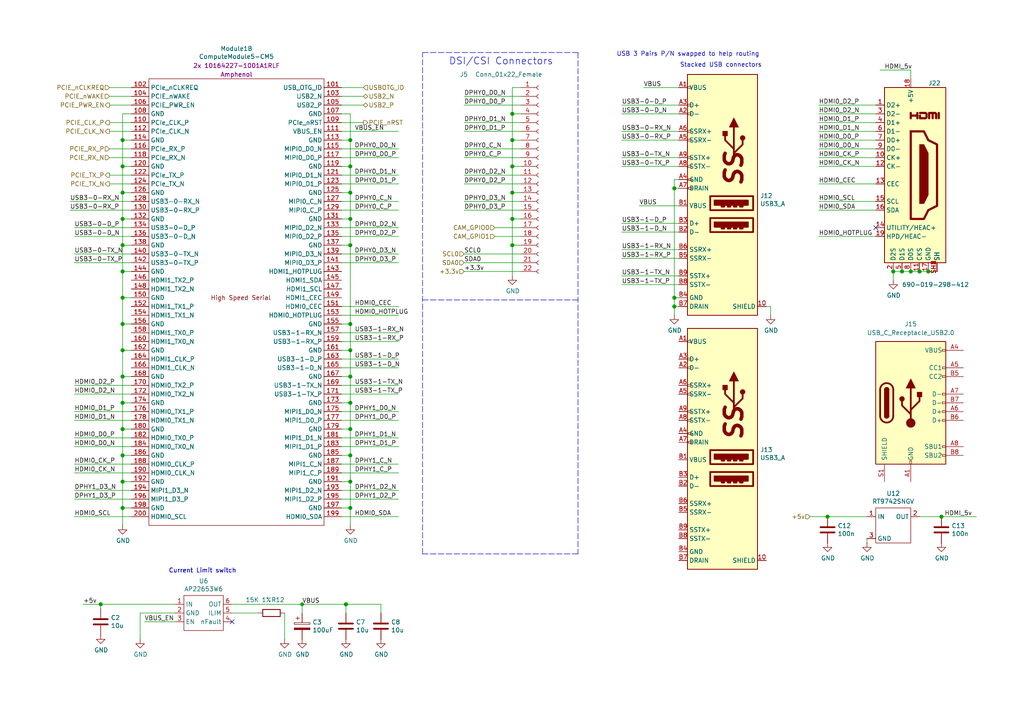
<source format=kicad_sch>
(kicad_sch (version 20250114) (generator "eeschema") (generator_version "9.0")
  (paper "A4")
  (title_block (title "Compute Module 5 IO Board - CM5 - Highspeed") (rev "1") (company "Copyright © 2024 Raspberry Pi Ltd.") (comment 1 "www.raspberrypi.com"))
  (text "USB 3 Pairs P/N swapped to help routing" (at 178.816 16.51 0) (effects (font (size 1.27 1.27)) (justify left bottom)))
  (text "Current Limit switch" (at 68.58 166.37 0) (effects (font (size 1.27 1.27)) (justify right bottom)))
  (text "DSI/CSI Connectors" (at 130.175 19.05 0) (effects (font (size 2.0066 2.0066)) (justify left bottom)))
  (text "Stacked USB connectors" (at 220.98 19.685 0) (effects (font (size 1.27 1.27)) (justify right bottom)))
  (text "Current Limit switch" (at 68.58 166.37 0) (effects (font (size 1.27 1.27)) (justify right bottom)))
  (junction (at 148.59 33.02) (diameter 1.016))
  (junction (at 35.56 147.32) (diameter 1.016))
  (junction (at 35.56 132.08) (diameter 1.016))
  (junction (at 101.6 132.08) (diameter 1.016))
  (junction (at 35.56 71.12) (diameter 1.016))
  (junction (at 101.6 55.88) (diameter 1.016))
  (junction (at 100.33 175.26) (diameter 1.016))
  (junction (at 195.58 54.61) (diameter 1.016))
  (junction (at 266.7 78.74) (diameter 1.016))
  (junction (at 101.6 147.32) (diameter 1.016))
  (junction (at 35.56 40.64) (diameter 1.016))
  (junction (at 101.6 40.64) (diameter 1.016))
  (junction (at 148.59 55.88) (diameter 1.016))
  (junction (at 35.56 55.88) (diameter 1.016))
  (junction (at 101.6 101.6) (diameter 1.016))
  (junction (at 240.03 149.86) (diameter 1.016))
  (junction (at 101.6 124.46) (diameter 1.016))
  (junction (at 269.24 78.74) (diameter 1.016))
  (junction (at 148.59 48.26) (diameter 1.016))
  (junction (at 35.56 78.74) (diameter 1.016))
  (junction (at 101.6 116.84) (diameter 1.016))
  (junction (at 35.56 48.26) (diameter 1.016))
  (junction (at 101.6 63.5) (diameter 1.016))
  (junction (at 259.08 78.74) (diameter 1.016))
  (junction (at 29.21 175.26) (diameter 1.016))
  (junction (at 101.6 48.26) (diameter 1.016))
  (junction (at 35.56 139.7) (diameter 1.016))
  (junction (at 101.6 139.7) (diameter 1.016))
  (junction (at 148.59 63.5) (diameter 1.016))
  (junction (at 101.6 93.98) (diameter 1.016))
  (junction (at 35.56 101.6) (diameter 1.016))
  (junction (at 261.62 78.74) (diameter 1.016))
  (junction (at 195.58 86.36) (diameter 1.016))
  (junction (at 35.56 116.84) (diameter 1.016))
  (junction (at 35.56 86.36) (diameter 1.016))
  (junction (at 101.6 71.12) (diameter 1.016))
  (junction (at 101.6 109.22) (diameter 1.016))
  (junction (at 35.56 63.5) (diameter 1.016))
  (junction (at 273.05 149.86) (diameter 1.016))
  (junction (at 264.16 78.74) (diameter 1.016))
  (junction (at 87.63 175.26))
  (junction (at 35.56 93.98) (diameter 1.016))
  (junction (at 148.59 40.64) (diameter 1.016))
  (junction (at 195.58 88.9) (diameter 1.016))
  (junction (at 148.59 71.12) (diameter 1.016))
  (junction (at 35.56 124.46) (diameter 1.016))
  (junction (at 35.56 109.22) (diameter 1.016))
  (no_connect (at 67.31 180.34))
  (no_connect (at 254 66.04))
  (wire (pts (xy 180.34 67.31) (xy 196.85 67.31)))
  (wire (pts (xy 99.06 144.78) (xy 115.57 144.78)))
  (wire (pts (xy 21.59 111.76) (xy 38.1 111.76)))
  (wire (pts (xy 21.59 142.24) (xy 38.1 142.24)))
  (wire (pts (xy 261.62 78.74) (xy 264.16 78.74)))
  (wire (pts (xy 24.13 175.26) (xy 29.21 175.26)))
  (wire (pts (xy 148.59 40.64) (xy 148.59 48.26)))
  (wire (pts (xy 99.06 38.1) (xy 115.57 38.1)))
  (wire (pts (xy 35.56 63.5) (xy 35.56 71.12)))
  (wire (pts (xy 35.56 139.7) (xy 35.56 147.32)))
  (wire (pts (xy 196.85 52.07) (xy 195.58 52.07)))
  (wire (pts (xy 67.31 177.8) (xy 74.93 177.8)))
  (wire (pts (xy 35.56 33.02) (xy 35.56 40.64)))
  (wire (pts (xy 35.56 86.36) (xy 35.56 93.98)))
  (wire (pts (xy 237.49 68.58) (xy 254 68.58)))
  (wire (pts (xy 21.59 119.38) (xy 38.1 119.38)))
  (wire (pts (xy 35.56 71.12) (xy 35.56 78.74)))
  (wire (pts (xy 35.56 101.6) (xy 35.56 109.22)))
  (wire (pts (xy 101.6 48.26) (xy 101.6 40.64)))
  (wire (pts (xy 99.06 30.48) (xy 105.41 30.48)))
  (wire (pts (xy 35.56 86.36) (xy 38.1 86.36)))
  (wire (pts (xy 148.59 63.5) (xy 151.13 63.5)))
  (wire (pts (xy 148.59 33.02) (xy 148.59 40.64)))
  (wire (pts (xy 35.56 109.22) (xy 35.56 116.84)))
  (wire (pts (xy 35.56 48.26) (xy 35.56 55.88)))
  (wire (pts (xy 35.56 132.08) (xy 38.1 132.08)))
  (wire (pts (xy 101.6 71.12) (xy 101.6 63.5)))
  (wire (pts (xy 240.03 149.86) (xy 251.46 149.86)))
  (wire (pts (xy 237.49 53.34) (xy 254 53.34)))
  (wire (pts (xy 99.06 119.38) (xy 115.57 119.38)))
  (wire (pts (xy 266.7 78.74) (xy 269.24 78.74)))
  (polyline (pts (xy 167.64 15.24) (xy 167.64 160.655)) (stroke (width 0) (type dash)))
  (wire (pts (xy 31.75 38.1) (xy 38.1 38.1)))
  (wire (pts (xy 35.56 109.22) (xy 38.1 109.22)))
  (wire (pts (xy 38.1 147.32) (xy 35.56 147.32)))
  (wire (pts (xy 148.59 55.88) (xy 148.59 63.5)))
  (wire (pts (xy 99.06 101.6) (xy 101.6 101.6)))
  (wire (pts (xy 266.7 149.86) (xy 273.05 149.86)))
  (wire (pts (xy 148.59 48.26) (xy 151.13 48.26)))
  (wire (pts (xy 35.56 55.88) (xy 35.56 63.5)))
  (wire (pts (xy 21.59 114.3) (xy 38.1 114.3)))
  (wire (pts (xy 237.49 60.96) (xy 254 60.96)))
  (wire (pts (xy 31.75 27.94) (xy 38.1 27.94)))
  (wire (pts (xy 180.34 48.26) (xy 196.85 48.26)))
  (wire (pts (xy 99.06 40.64) (xy 101.6 40.64)))
  (wire (pts (xy 151.13 73.66) (xy 134.62 73.66)))
  (wire (pts (xy 21.59 73.66) (xy 38.1 73.66)))
  (wire (pts (xy 21.59 127) (xy 38.1 127)))
  (wire (pts (xy 21.59 66.04) (xy 38.1 66.04)))
  (wire (pts (xy 101.6 124.46) (xy 101.6 132.08)))
  (wire (pts (xy 40.64 177.8) (xy 40.64 185.42)))
  (wire (pts (xy 99.06 149.86) (xy 115.57 149.86)))
  (wire (pts (xy 180.34 74.93) (xy 196.85 74.93)))
  (wire (pts (xy 41.91 180.34) (xy 50.8 180.34)))
  (wire (pts (xy 196.85 54.61) (xy 195.58 54.61)))
  (wire (pts (xy 237.49 43.18) (xy 254 43.18)))
  (wire (pts (xy 101.6 116.84) (xy 101.6 124.46)))
  (wire (pts (xy 21.59 129.54) (xy 38.1 129.54)))
  (wire (pts (xy 21.59 76.2) (xy 38.1 76.2)))
  (wire (pts (xy 101.6 147.32) (xy 101.6 152.4)))
  (wire (pts (xy 99.06 50.8) (xy 115.57 50.8)))
  (wire (pts (xy 100.33 177.8) (xy 100.33 175.26)))
  (wire (pts (xy 38.1 43.18) (xy 31.75 43.18)))
  (wire (pts (xy 99.06 76.2) (xy 115.57 76.2)))
  (wire (pts (xy 273.05 149.86) (xy 283.21 149.86)))
  (wire (pts (xy 31.75 30.48) (xy 38.1 30.48)))
  (wire (pts (xy 99.06 132.08) (xy 101.6 132.08)))
  (wire (pts (xy 259.08 78.74) (xy 259.08 81.28)))
  (wire (pts (xy 31.75 53.34) (xy 38.1 53.34)))
  (wire (pts (xy 237.49 40.64) (xy 254 40.64)))
  (wire (pts (xy 99.06 88.9) (xy 115.57 88.9)))
  (wire (pts (xy 82.55 177.8) (xy 82.55 185.42)))
  (wire (pts (xy 251.46 156.21) (xy 251.46 157.48)))
  (wire (pts (xy 50.8 177.8) (xy 40.64 177.8)))
  (wire (pts (xy 180.34 33.02) (xy 196.85 33.02)))
  (wire (pts (xy 35.56 63.5) (xy 38.1 63.5)))
  (wire (pts (xy 180.34 40.64) (xy 196.85 40.64)))
  (wire (pts (xy 143.51 68.58) (xy 151.13 68.58)))
  (wire (pts (xy 99.06 48.26) (xy 101.6 48.26)))
  (wire (pts (xy 134.62 58.42) (xy 151.13 58.42)))
  (wire (pts (xy 180.34 72.39) (xy 196.85 72.39)))
  (wire (pts (xy 134.62 35.56) (xy 151.13 35.56)))
  (wire (pts (xy 38.1 45.72) (xy 31.75 45.72)))
  (wire (pts (xy 101.6 93.98) (xy 101.6 101.6)))
  (wire (pts (xy 134.62 53.34) (xy 151.13 53.34)))
  (wire (pts (xy 134.62 38.1) (xy 151.13 38.1)))
  (wire (pts (xy 35.56 116.84) (xy 35.56 124.46)))
  (wire (pts (xy 185.42 59.69) (xy 196.85 59.69)))
  (wire (pts (xy 35.56 40.64) (xy 38.1 40.64)))
  (polyline (pts (xy 122.555 86.995) (xy 167.64 86.995)) (stroke (width 0) (type dash)))
  (wire (pts (xy 38.1 139.7) (xy 35.56 139.7)))
  (wire (pts (xy 180.34 38.1) (xy 196.85 38.1)))
  (wire (pts (xy 99.06 73.66) (xy 115.57 73.66)))
  (wire (pts (xy 67.31 175.26) (xy 87.63 175.26)))
  (wire (pts (xy 99.06 45.72) (xy 115.57 45.72)))
  (wire (pts (xy 87.63 175.26) (xy 100.33 175.26)))
  (wire (pts (xy 21.59 134.62) (xy 38.1 134.62)))
  (wire (pts (xy 29.21 175.26) (xy 50.8 175.26)))
  (wire (pts (xy 237.49 38.1) (xy 254 38.1)))
  (wire (pts (xy 148.59 25.4) (xy 148.59 33.02)))
  (wire (pts (xy 264.16 78.74) (xy 266.7 78.74)))
  (wire (pts (xy 35.56 124.46) (xy 38.1 124.46)))
  (wire (pts (xy 234.95 149.86) (xy 240.03 149.86)))
  (wire (pts (xy 99.06 68.58) (xy 115.57 68.58)))
  (wire (pts (xy 99.06 55.88) (xy 101.6 55.88)))
  (wire (pts (xy 148.59 71.12) (xy 151.13 71.12)))
  (wire (pts (xy 99.06 58.42) (xy 115.57 58.42)))
  (wire (pts (xy 99.06 116.84) (xy 101.6 116.84)))
  (wire (pts (xy 195.58 88.9) (xy 195.58 91.44)))
  (wire (pts (xy 99.06 93.98) (xy 101.6 93.98)))
  (wire (pts (xy 148.59 71.12) (xy 148.59 80.01)))
  (wire (pts (xy 31.75 35.56) (xy 38.1 35.56)))
  (wire (pts (xy 101.6 139.7) (xy 101.6 147.32)))
  (wire (pts (xy 101.6 55.88) (xy 101.6 48.26)))
  (wire (pts (xy 31.75 25.4) (xy 38.1 25.4)))
  (wire (pts (xy 180.34 80.01) (xy 196.85 80.01)))
  (wire (pts (xy 134.62 60.96) (xy 151.13 60.96)))
  (wire (pts (xy 99.06 134.62) (xy 115.57 134.62)))
  (wire (pts (xy 99.06 91.44) (xy 115.57 91.44)))
  (wire (pts (xy 31.75 50.8) (xy 38.1 50.8)))
  (wire (pts (xy 151.13 78.74) (xy 134.62 78.74)))
  (wire (pts (xy 99.06 66.04) (xy 115.57 66.04)))
  (wire (pts (xy 237.49 30.48) (xy 254 30.48)))
  (wire (pts (xy 134.62 27.94) (xy 151.13 27.94)))
  (wire (pts (xy 101.6 109.22) (xy 101.6 116.84)))
  (wire (pts (xy 222.25 88.9) (xy 223.52 88.9)))
  (wire (pts (xy 196.85 86.36) (xy 195.58 86.36)))
  (wire (pts (xy 99.06 43.18) (xy 115.57 43.18)))
  (wire (pts (xy 35.56 93.98) (xy 38.1 93.98)))
  (wire (pts (xy 35.56 116.84) (xy 38.1 116.84)))
  (wire (pts (xy 134.62 50.8) (xy 151.13 50.8)))
  (wire (pts (xy 99.06 63.5) (xy 101.6 63.5)))
  (wire (pts (xy 38.1 33.02) (xy 35.56 33.02)))
  (polyline (pts (xy 122.555 15.24) (xy 168.148 15.24)) (stroke (width 0) (type dash)))
  (wire (pts (xy 21.59 144.78) (xy 38.1 144.78)))
  (wire (pts (xy 99.06 142.24) (xy 115.57 142.24)))
  (wire (pts (xy 148.59 40.64) (xy 151.13 40.64)))
  (wire (pts (xy 264.16 20.32) (xy 264.16 22.86)))
  (wire (pts (xy 100.33 175.26) (xy 110.49 175.26)))
  (wire (pts (xy 35.56 71.12) (xy 38.1 71.12)))
  (wire (pts (xy 35.56 124.46) (xy 35.56 132.08)))
  (wire (pts (xy 99.06 60.96) (xy 115.57 60.96)))
  (wire (pts (xy 99.06 127) (xy 115.57 127)))
  (wire (pts (xy 180.34 30.48) (xy 196.85 30.48)))
  (wire (pts (xy 87.63 175.26) (xy 87.63 177.8)))
  (wire (pts (xy 35.56 101.6) (xy 38.1 101.6)))
  (wire (pts (xy 195.58 86.36) (xy 195.58 88.9)))
  (wire (pts (xy 148.59 33.02) (xy 151.13 33.02)))
  (wire (pts (xy 20.32 60.96) (xy 38.1 60.96)))
  (wire (pts (xy 269.24 78.74) (xy 271.78 78.74)))
  (wire (pts (xy 180.34 45.72) (xy 196.85 45.72)))
  (wire (pts (xy 99.06 124.46) (xy 101.6 124.46)))
  (wire (pts (xy 35.56 55.88) (xy 38.1 55.88)))
  (wire (pts (xy 99.06 96.52) (xy 115.57 96.52)))
  (wire (pts (xy 115.57 99.06) (xy 99.06 99.06)))
  (wire (pts (xy 21.59 149.86) (xy 38.1 149.86)))
  (wire (pts (xy 134.62 30.48) (xy 151.13 30.48)))
  (wire (pts (xy 99.06 109.22) (xy 101.6 109.22)))
  (wire (pts (xy 151.13 25.4) (xy 148.59 25.4)))
  (wire (pts (xy 237.49 45.72) (xy 254 45.72)))
  (wire (pts (xy 143.51 66.04) (xy 151.13 66.04)))
  (wire (pts (xy 99.06 53.34) (xy 115.57 53.34)))
  (wire (pts (xy 259.08 78.74) (xy 261.62 78.74)))
  (wire (pts (xy 255.27 20.32) (xy 264.16 20.32)))
  (wire (pts (xy 35.56 132.08) (xy 35.56 139.7)))
  (wire (pts (xy 99.06 129.54) (xy 115.57 129.54)))
  (wire (pts (xy 99.06 27.94) (xy 105.41 27.94)))
  (wire (pts (xy 20.32 58.42) (xy 38.1 58.42)))
  (wire (pts (xy 101.6 40.64) (xy 101.6 33.02)))
  (wire (pts (xy 196.85 88.9) (xy 195.58 88.9)))
  (wire (pts (xy 195.58 52.07) (xy 195.58 54.61)))
  (wire (pts (xy 148.59 48.26) (xy 148.59 55.88)))
  (wire (pts (xy 101.6 63.5) (xy 101.6 55.88)))
  (wire (pts (xy 99.06 104.14) (xy 115.57 104.14)))
  (wire (pts (xy 151.13 76.2) (xy 134.62 76.2)))
  (wire (pts (xy 237.49 58.42) (xy 254 58.42)))
  (wire (pts (xy 99.06 106.68) (xy 115.57 106.68)))
  (wire (pts (xy 35.56 78.74) (xy 38.1 78.74)))
  (wire (pts (xy 101.6 132.08) (xy 101.6 139.7)))
  (wire (pts (xy 35.56 48.26) (xy 38.1 48.26)))
  (wire (pts (xy 99.06 35.56) (xy 105.41 35.56)))
  (wire (pts (xy 99.06 121.92) (xy 115.57 121.92)))
  (wire (pts (xy 101.6 71.12) (xy 101.6 93.98)))
  (wire (pts (xy 134.62 43.18) (xy 151.13 43.18)))
  (wire (pts (xy 35.56 93.98) (xy 35.56 101.6)))
  (wire (pts (xy 99.06 71.12) (xy 101.6 71.12)))
  (polyline (pts (xy 122.555 160.655) (xy 122.555 15.24)) (stroke (width 0) (type dash)))
  (wire (pts (xy 21.59 68.58) (xy 38.1 68.58)))
  (wire (pts (xy 99.06 114.3) (xy 115.57 114.3)))
  (wire (pts (xy 29.21 176.53) (xy 29.21 175.26)))
  (wire (pts (xy 186.69 25.4) (xy 196.85 25.4)))
  (wire (pts (xy 101.6 33.02) (xy 99.06 33.02)))
  (wire (pts (xy 148.59 63.5) (xy 148.59 71.12)))
  (wire (pts (xy 101.6 101.6) (xy 101.6 109.22)))
  (wire (pts (xy 21.59 121.92) (xy 38.1 121.92)))
  (wire (pts (xy 35.56 78.74) (xy 35.56 86.36)))
  (wire (pts (xy 35.56 147.32) (xy 35.56 152.4)))
  (wire (pts (xy 99.06 147.32) (xy 101.6 147.32)))
  (wire (pts (xy 110.49 175.26) (xy 110.49 177.8)))
  (wire (pts (xy 35.56 40.64) (xy 35.56 48.26)))
  (wire (pts (xy 148.59 55.88) (xy 151.13 55.88)))
  (wire (pts (xy 99.06 139.7) (xy 101.6 139.7)))
  (wire (pts (xy 237.49 33.02) (xy 254 33.02)))
  (wire (pts (xy 180.34 64.77) (xy 196.85 64.77)))
  (wire (pts (xy 223.52 88.9) (xy 223.52 91.44)))
  (wire (pts (xy 21.59 137.16) (xy 38.1 137.16)))
  (wire (pts (xy 237.49 35.56) (xy 254 35.56)))
  (polyline (pts (xy 167.64 160.655) (xy 122.555 160.655)) (stroke (width 0) (type dash)))
  (wire (pts (xy 237.49 48.26) (xy 254 48.26)))
  (wire (pts (xy 180.34 82.55) (xy 196.85 82.55)))
  (wire (pts (xy 195.58 54.61) (xy 195.58 86.36)))
  (wire (pts (xy 99.06 137.16) (xy 115.57 137.16)))
  (wire (pts (xy 134.62 45.72) (xy 151.13 45.72)))
  (wire (pts (xy 99.06 111.76) (xy 115.57 111.76)))
  (wire (pts (xy 105.41 25.4) (xy 99.06 25.4)))
  (label "HDMI0_D1_N" (at 21.59 121.92 0))
  (label "DPHY1_D3_P" (at 21.59 144.78 0))
  (label "DPHY0_D1_P" (at 114.935 53.34 180))
  (label "USB3-0-TX_N" (at 180.34 45.72 0))
  (label "DPHY0_D2_N" (at 134.62 50.8 0))
  (label "HDMI0_CK_N" (at 237.49 48.26 0))
  (label "USB3-1-D_N" (at 102.87 106.68 0))
  (label "USB3-1-D_N" (at 180.34 67.31 0))
  (label "VBUS_EN" (at 102.87 38.1 0))
  (label "HDMI0_D2_N" (at 237.49 33.02 0))
  (label "HDMI0_D1_N" (at 237.49 38.1 0))
  (label "SDA0" (at 134.62 76.2 0))
  (label "DPHY0_D0_P" (at 114.935 45.72 180))
  (label "HDMI0_D0_P" (at 237.49 40.64 0))
  (label "DPHY1_C_N" (at 102.87 134.62 0))
  (label "USB3-0-RX_P" (at 180.34 40.64 0))
  (label "DPHY0_D0_N" (at 134.62 27.94 0))
  (label "USB3-0-D_N" (at 21.59 68.58 0))
  (label "SCL0" (at 134.62 73.66 0))
  (label "HDMI0_D2_P" (at 21.59 111.76 0))
  (label "USB3-0-RX_N" (at 180.34 38.1 0))
  (label "DPHY1_D2_N" (at 102.87 142.24 0))
  (label "+3.3v" (at 134.62 78.74 0))
  (label "USB3-0-D_P" (at 180.34 30.48 0))
  (label "USB3-0-TX_N" (at 21.59 73.66 0))
  (label "VBUS_EN" (at 41.91 180.34 0))
  (label "USB3-1-TX_P" (at 102.87 114.3 0))
  (label "+5v" (at 24.13 175.26 0))
  (label "HDMI0_CK_P" (at 21.59 134.62 0))
  (label "USB3-1-RX_P" (at 102.87 99.06 0))
  (label "USB3-0-TX_P" (at 21.59 76.2 0))
  (label "DPHY0_D3_P" (at 114.935 76.2 180))
  (label "USB3-0-RX_N" (at 20.32 58.42 0))
  (label "DPHY0_D0_P" (at 134.62 30.48 0))
  (label "USB3-1-TX_N" (at 102.87 111.76 0))
  (label "DPHY0_C_P" (at 102.87 60.96 0))
  (label "DPHY1_C_P" (at 102.87 137.16 0))
  (label "HDMI0_CK_N" (at 21.59 137.16 0))
  (label "HDMI0_CEC" (at 102.87 88.9 0))
  (label "HDMI0_D2_N" (at 21.59 114.3 0))
  (label "HDMI0_D0_N" (at 237.49 43.18 0))
  (label "HDMI0_HOTPLUG" (at 237.49 68.58 0))
  (label "USB3-1-RX_P" (at 180.34 74.93 0))
  (label "DPHY1_D1_N" (at 114.935 127 180))
  (label "DPHY0_D2_N" (at 102.87 66.04 0))
  (label "HDMI0_D1_P" (at 21.59 119.38 0))
  (label "DPHY0_D3_N" (at 114.935 73.66 180))
  (label "HDMI0_D0_P" (at 21.59 127 0))
  (label "DPHY0_C_N" (at 134.62 43.18 0))
  (label "USB3-1-TX_N" (at 180.34 80.01 0))
  (label "DPHY0_D2_P" (at 102.87 68.58 0))
  (label "VBUS" (at 185.42 59.69 0))
  (label "DPHY0_D2_P" (at 134.62 53.34 0))
  (label "HDMI0_D2_P" (at 237.49 30.48 0))
  (label "DPHY0_D1_N" (at 114.935 50.8 180))
  (label "DPHY0_D3_P" (at 134.62 60.96 0))
  (label "DPHY0_D1_N" (at 134.62 35.56 0))
  (label "HDMI_5v" (at 281.94 149.86 180))
  (label "DPHY0_D3_N" (at 134.62 58.42 0))
  (label "USB3-1-RX_N" (at 180.34 72.39 0))
  (label "USB3-1-RX_N" (at 102.87 96.52 0))
  (label "VBUS" (at 87.63 175.26 0))
  (label "USB3-0-D_P" (at 21.59 66.04 0))
  (label "VBUS" (at 186.69 25.4 0))
  (label "HDMI0_SCL" (at 21.59 149.86 0))
  (label "DPHY1_D0_N" (at 114.935 119.38 180))
  (label "DPHY1_D0_P" (at 114.935 121.92 180))
  (label "DPHY0_D1_P" (at 134.62 38.1 0))
  (label "HDMI0_CK_P" (at 237.49 45.72 0))
  (label "DPHY1_D2_P" (at 102.87 144.78 0))
  (label "USB3-0-RX_P" (at 20.32 60.96 0))
  (label "DPHY1_D1_P" (at 114.935 129.54 180))
  (label "HDMI0_HOTPLUG" (at 102.87 91.44 0))
  (label "HDMI0_CEC" (at 237.49 53.34 0))
  (label "DPHY0_D0_N" (at 114.935 43.18 180))
  (label "HDMI0_SDA" (at 237.49 60.96 0))
  (label "DPHY0_C_P" (at 134.62 45.72 0))
  (label "HDMI0_D1_P" (at 237.49 35.56 0))
  (label "USB3-1-D_P" (at 180.34 64.77 0))
  (label "USB3-0-D_N" (at 180.34 33.02 0))
  (label "HDMI0_SCL" (at 237.49 58.42 0))
  (label "HDMI0_D0_N" (at 21.59 129.54 0))
  (label "HDMI0_SDA" (at 102.87 149.86 0))
  (label "HDMI_5v" (at 256.54 20.32 0))
  (label "DPHY0_C_N" (at 102.87 58.42 0))
  (label "DPHY1_D3_N" (at 21.59 142.24 0))
  (label "USB3-0-TX_P" (at 180.34 48.26 0))
  (label "USB3-1-D_P" (at 102.87 104.14 0))
  (label "USB3-1-TX_P" (at 180.34 82.55 0))
  (hierarchical_label "USBOTG_ID" (shape input) (at 105.41 25.4 0))
  (hierarchical_label "PCIE_PWR_EN" (shape output) (at 31.75 30.48 180))
  (hierarchical_label "PCIE_CLK_P" (shape output) (at 31.75 35.56 180))
  (hierarchical_label "CAM_GPIO0" (shape input) (at 143.51 66.04 180))
  (hierarchical_label "PCIE_RX_N" (shape input) (at 31.75 45.72 180))
  (hierarchical_label "+5v" (shape input) (at 234.95 149.86 180))
  (hierarchical_label "SCL0" (shape input) (at 134.62 73.66 180))
  (hierarchical_label "PCIE_nCLKREQ" (shape input) (at 31.75 25.4 180))
  (hierarchical_label "PCIE_RX_P" (shape input) (at 31.75 43.18 180))
  (hierarchical_label "+3.3v" (shape input) (at 134.62 78.74 180))
  (hierarchical_label "USB2_P" (shape bidirectional) (at 105.41 30.48 0))
  (hierarchical_label "USB2_N" (shape bidirectional) (at 105.41 27.94 0))
  (hierarchical_label "PCIE_TX_P" (shape output) (at 31.75 50.8 180))
  (hierarchical_label "PCIE_nWAKE" (shape input) (at 31.75 27.94 180))
  (hierarchical_label "PCIE_CLK_N" (shape output) (at 31.75 38.1 180))
  (hierarchical_label "PCIE_nRST" (shape output) (at 105.41 35.56 0))
  (hierarchical_label "CAM_GPIO1" (shape input) (at 143.51 68.58 180))
  (hierarchical_label "PCIE_TX_N" (shape output) (at 31.75 53.34 180))
  (hierarchical_label "SDA0" (shape input) (at 134.62 76.2 180))
  (symbol (lib_id "power:GND") (at 259.08 81.28 0) (unit 1)
    (property "Reference" "#PWR0128" (effects (hide yes)))
    (property "Value" "GND" (at 259.207 85.6742 0))
    (property "Description" "Power symbol creates a global label with name \"GND\" , ground" (effects (hide yes)))
  )
  (symbol (lib_id "power:GND") (at 101.6 152.4 0) (unit 1)
    (property "Reference" "#PWR0130" (effects (hide yes)))
    (property "Value" "GND" (at 101.727 156.7942 0))
    (property "Description" "Power symbol creates a global label with name \"GND\" , ground" (effects (hide yes)))
  )
  (symbol (lib_id "power:GND") (at 35.56 152.4 0) (unit 1)
    (property "Reference" "#PWR0131" (effects (hide yes)))
    (property "Value" "GND" (at 35.687 156.7942 0))
    (property "Description" "Power symbol creates a global label with name \"GND\" , ground" (effects (hide yes)))
  )
  (symbol (lib_id "power:GND") (at 148.59 80.01 0) (unit 1)
    (property "Reference" "#PWR0134" (effects (hide yes)))
    (property "Value" "GND" (at 148.717 84.4042 0))
    (property "Description" "Power symbol creates a global label with name \"GND\" , ground" (effects (hide yes)))
  )
  (symbol (lib_id "Connector:Conn_01x22_Socket") (at 156.21 50.8 0) (unit 1)
    (property "Reference" "J5" (at 133.35 21.59 0) (effects (justify left)))
    (property "Value" "Conn_01x22_Female" (at 137.795 21.59 0) (effects (justify left)))
    (property "Footprint" "CM5IO:Hirose_FH12-22S-0.5SH_1x22-1MP_P0.50mm_Horizontal" (effects (hide yes)))
    (property "Datasheet" "https://www.hirose.com/product/document?clcode=&productname=&series=FH12&documenttype=Catalog&lang=en&documentid=D31648_en" (effects (hide yes)))
    (property "Field4" "Mouser" (effects (hide yes)))
    (property "Field5" "798-FH12-22S-0.5SH55" (effects (hide yes)))
    (property "Field6" "FH12-22S-0.5SH55" (effects (hide yes)))
    (property "Field7" "Hirose" (effects (hide yes)))
    (property "Part Description" "22 Position FFC, FPC Connector Contacts, Bottom 0.020\" (0.50mm) Surface Mount, Right Angle" (effects (hide yes)))
  )
  (symbol (lib_id "CM5IO:HDMI_A_1.4") (at 264.16 50.8 0) (unit 1)
    (property "Reference" "J22" (at 269.24 24.13 0) (effects (justify left)))
    (property "Value" "690-019-298-412" (at 261.62 82.55 0) (effects (justify left)))
    (property "Footprint" "CM5IO:EDAC 690-019-298-412" (effects (hide yes)))
    (property "Datasheet" "https://www.tme.eu/Document/f15dffbcfad8545e17826f72d36911c8/206A-SEAN-R03.pdf" (effects (hide yes)))
    (property "Field4" "Farnell" (effects (hide yes)))
    (property "Field5" "2614936" (effects (hide yes)))
    (property "Field6" "690-019-298-412" (effects (hide yes)))
    (property "Field7" "EDAC" (effects (hide yes)))
    (property "Part Description" "HDMI Connector, Right Angle, 19 Contacts, Receptacle, Surface Mount, Surface Mount Right Angle" (effects (hide yes)))
    (property "Field8" "UCON00802" (effects (hide yes)))
  )
  (symbol (lib_id "Device:C") (at 273.05 153.67 0) (unit 1)
    (property "Reference" "C13" (at 275.971 152.5016 0) (effects (justify left)))
    (property "Value" "100n" (at 275.971 154.813 0) (effects (justify left)))
    (property "Footprint" "Capacitor_SMD:C_0402_1005Metric" (effects (hide yes)))
    (property "Datasheet" "https://search.murata.co.jp/Ceramy/image/img/A01X/G101/ENG/GRM155R71C104KA88-01.pdf" (effects (hide yes)))
    (property "Field4" "Farnell" (effects (hide yes)))
    (property "Field5" "2611911" (effects (hide yes)))
    (property "Field6" "RM EMK105 B7104KV-F" (effects (hide yes)))
    (property "Field7" "TAIYO YUDEN EUROPE GMBH" (effects (hide yes)))
    (property "Part Description" "	0.1uF 10% 16V Ceramic Capacitor X7R 0402 (1005 Metric)" (effects (hide yes)))
    (property "Field8" "110091611" (effects (hide yes)))
  )
  (symbol (lib_id "Device:C") (at 240.03 153.67 0) (unit 1)
    (property "Reference" "C12" (at 242.951 152.5016 0) (effects (justify left)))
    (property "Value" "100n" (at 242.951 154.813 0) (effects (justify left)))
    (property "Footprint" "Capacitor_SMD:C_0402_1005Metric" (effects (hide yes)))
    (property "Datasheet" "https://search.murata.co.jp/Ceramy/image/img/A01X/G101/ENG/GRM155R71C104KA88-01.pdf" (effects (hide yes)))
    (property "Field4" "Farnell" (effects (hide yes)))
    (property "Field5" "2611911" (effects (hide yes)))
    (property "Field6" "RM EMK105 B7104KV-F" (effects (hide yes)))
    (property "Field7" "TAIYO YUDEN EUROPE GMBH" (effects (hide yes)))
    (property "Part Description" "	0.1uF 10% 16V Ceramic Capacitor X7R 0402 (1005 Metric)" (effects (hide yes)))
    (property "Field8" "110091611" (effects (hide yes)))
  )
  (symbol (lib_id "CM5IO:RT9742SNGV") (at 256.54 153.67 0) (unit 1)
    (property "Reference" "U12" (at 259.08 143.129 0))
    (property "Value" "RT9742SNGV" (at 259.08 145.4404 0))
    (property "Footprint" "Package_TO_SOT_SMD:TSOT-23_HandSoldering" (effects (hide yes)))
    (property "Datasheet" "https://www.richtek.com/assets/product_file/RT9742/DS9742-10.pdf" (effects (hide yes)))
    (property "Field4" "Farnell" (effects (hide yes)))
    (property "Field5" "2575555" (effects (hide yes)))
    (property "Field6" "RT9742SNGV" (effects (hide yes)))
    (property "Field7" "RichTek" (effects (hide yes)))
    (property "Part Description" "Power Switch/Driver 1:1 N-Channel 500mA SOT-23-3" (effects (hide yes)))
    (property "Field8" "USWI00155" (effects (hide yes)))
  )
  (symbol (lib_id "power:GND") (at 273.05 157.48 0) (unit 1)
    (property "Reference" "#PWR0136" (effects (hide yes)))
    (property "Value" "GND" (at 273.177 161.8742 0))
    (property "Description" "Power symbol creates a global label with name \"GND\" , ground" (effects (hide yes)))
  )
  (symbol (lib_id "power:GND") (at 240.03 157.48 0) (unit 1)
    (property "Reference" "#PWR0137" (effects (hide yes)))
    (property "Value" "GND" (at 240.157 161.8742 0))
    (property "Description" "Power symbol creates a global label with name \"GND\" , ground" (effects (hide yes)))
  )
  (symbol (lib_id "power:GND") (at 251.46 157.48 0) (unit 1)
    (property "Reference" "#PWR0138" (effects (hide yes)))
    (property "Value" "GND" (at 251.587 161.8742 0))
    (property "Description" "Power symbol creates a global label with name \"GND\" , ground" (effects (hide yes)))
  )
  (symbol (lib_id "CM5IO:ComputeModule5-CM5") (at -71.12 86.36 0) (unit 2)
    (property "Reference" "Module1" (at 68.58 14.097 0))
    (property "Value" "ComputeModule5-CM5" (at 68.58 16.4084 0))
    (property "Footprint" "CM5IO:Raspberry-Pi-5-Compute-Module" (effects (hide yes)))
    (property "Description" "RaspberryPi Compute module 5" (effects (hide yes)))
    (property "Field4" "Amphenol" (at 68.58 21.59 0))
    (property "Field5" "2x 10164227-1001A1RLF" (at 68.58 19.05 0))
    (property "Field6" "2x 10164227-1001A1RLF" (effects (hide yes)))
    (property "Field7" "Hirose" (effects (hide yes)))
    (property "Part Description" "	100 Position Connector Receptacle, Center Strip Contacts Surface Mount Gold" (effects (hide yes)))
  )
  (symbol (lib_id "power:GND") (at 29.21 184.15 0) (unit 1)
    (property "Reference" "#PWR01" (effects (hide yes)))
    (property "Value" "GND" (at 29.337 188.5442 0))
    (property "Description" "Power symbol creates a global label with name \"GND\" , ground" (effects (hide yes)))
  )
  (symbol (lib_id "Device:C") (at 100.33 181.61 0) (unit 1)
    (property "Reference" "C7" (at 103.251 180.4416 0) (effects (justify left)))
    (property "Value" "10u" (at 103.251 182.753 0) (effects (justify left)))
    (property "Footprint" "Capacitor_SMD:C_0805_2012Metric" (effects (hide yes)))
    (property "Datasheet" "https://search.murata.co.jp/Ceramy/image/img/A01X/G101/ENG/GRM21BR71A106KA73-01.pdf" (effects (hide yes)))
    (property "Field5" "490-14381-1-ND" (effects (hide yes)))
    (property "Field4" "Digikey" (effects (hide yes)))
    (property "Field6" "GRM21BR71A106KA73L" (effects (hide yes)))
    (property "Field7" "Murata" (effects (hide yes)))
    (property "Part Description" "	10uF 10% 10V Ceramic Capacitor X7R 0805 (2012 Metric)" (effects (hide yes)))
    (property "Field8" "111893011" (effects (hide yes)))
  )
  (symbol (lib_id "power:GND") (at 195.58 91.44 0) (unit 1)
    (property "Reference" "#PWR03" (effects (hide yes)))
    (property "Value" "GND" (at 195.707 95.8342 0))
    (property "Description" "Power symbol creates a global label with name \"GND\" , ground" (effects (hide yes)))
  )
  (symbol (lib_id "Connector:USB_C_Receptacle_USB2.0_16P") (at 264.16 116.84 0) (unit 1)
    (property "Reference" "J15" (at 264.16 93.98 0))
    (property "Value" "USB_C_Receptacle_USB2.0" (at 264.16 96.52 0))
    (property "Footprint" "Connector_USB:USB_C_Receptacle_GCT_USB4105-xx-A_16P_TopMnt_Horizontal" (effects (hide yes)))
    (property "Datasheet" "https://www.usb.org/sites/default/files/documents/usb_type-c.zip" (effects (hide yes)))
    (property "Field5" "USBF31-0171" (effects (hide yes)))
    (property "Field6" "USBF31-0171" (effects (hide yes)))
    (property "Field7" "MTCONN" (effects (hide yes)))
    (property "Part Description" "USBC USB2 data and power connector" (effects (hide yes)))
  )
  (symbol (lib_id "Device:C_Polarized") (at 87.63 181.61 0) (unit 1)
    (property "Reference" "C3" (at 90.6272 180.467 0) (effects (justify left)))
    (property "Value" "100uF" (at 90.6272 182.753 0) (effects (justify left)))
    (property "Footprint" "Capacitor_Tantalum_SMD:CP_EIA-7343-31_Kemet-D" (effects (hide yes)))
    (property "Field4" "Mouser" (effects (hide yes)))
    (property "Field5" "667-EEF-CX0J101R" (effects (hide yes)))
    (property "Part Description" "Capacitor, SP-Cap, 100u, 6.3V, 15mR ESR" (effects (hide yes)))
    (property "Field7" "Panasonic" (effects (hide yes)))
  )
  (symbol (lib_id "power:GND") (at 87.63 185.42 0) (unit 1)
    (property "Reference" "#PWR010" (effects (hide yes)))
    (property "Value" "GND" (at 87.757 189.8142 0))
    (property "Description" "Power symbol creates a global label with name \"GND\" , ground" (effects (hide yes)))
  )
  (symbol (lib_id "Device:R") (at 78.74 177.8 90) (unit 1)
    (property "Reference" "R12" (at 82.55 173.99 90) (effects (justify left)))
    (property "Value" "15K 1%" (at 78.74 173.99 90) (effects (justify left)))
    (property "Footprint" "Resistor_SMD:R_0402_1005Metric" (effects (hide yes)))
    (property "Datasheet" "https://fscdn.rohm.com/en/products/databook/datasheet/passive/resistor/chip_resistor/mcr-e.pdf" (effects (hide yes)))
    (property "Field4" "Farnell" (effects (hide yes)))
    (property "Field5" "9239375" (effects (hide yes)))
    (property "Field6" "MCR01MZPF1502" (effects (hide yes)))
    (property "Field7" "Rohm" (effects (hide yes)))
    (property "Part Description" "Resistor 15K M1005 1% 63mW" (effects (hide yes)))
    (property "Field8" "120891581" (effects (hide yes)))
  )
  (symbol (lib_id "power:GND") (at 110.49 185.42 0) (unit 1)
    (property "Reference" "#PWR012" (effects (hide yes)))
    (property "Value" "GND" (at 110.617 189.8142 0))
    (property "Description" "Power symbol creates a global label with name \"GND\" , ground" (effects (hide yes)))
  )
  (symbol (lib_id "power:GND") (at 82.55 185.42 0) (unit 1)
    (property "Reference" "#PWR09" (effects (hide yes)))
    (property "Value" "GND" (at 82.677 189.8142 0))
    (property "Description" "Power symbol creates a global label with name \"GND\" , ground" (effects (hide yes)))
  )
  (symbol (lib_id "Device:C") (at 110.49 181.61 0) (unit 1)
    (property "Reference" "C8" (at 113.411 180.4416 0) (effects (justify left)))
    (property "Value" "10u" (at 113.411 182.753 0) (effects (justify left)))
    (property "Footprint" "Capacitor_SMD:C_0805_2012Metric" (effects (hide yes)))
    (property "Datasheet" "https://search.murata.co.jp/Ceramy/image/img/A01X/G101/ENG/GRM21BR71A106KA73-01.pdf" (effects (hide yes)))
    (property "Field5" "490-14381-1-ND" (effects (hide yes)))
    (property "Field4" "Digikey" (effects (hide yes)))
    (property "Field6" "GRM21BR71A106KA73L" (effects (hide yes)))
    (property "Field7" "Murata" (effects (hide yes)))
    (property "Part Description" "	10uF 10% 10V Ceramic Capacitor X7R 0805 (2012 Metric)" (effects (hide yes)))
    (property "Field8" "111893011" (effects (hide yes)))
  )
  (symbol (lib_id "CM5IO:AP2553W6") (at 59.69 177.8 0) (unit 1)
    (property "Reference" "U6" (at 59.055 168.529 0))
    (property "Value" "AP22653W6" (at 59.055 170.8404 0))
    (property "Footprint" "Package_TO_SOT_SMD:SOT-23-6" (effects (hide yes)))
    (property "Datasheet" "https://www.diodes.com/assets/Datasheets/AP255x.pdf" (effects (hide yes)))
    (property "Field4" "Digikey" (effects (hide yes)))
    (property "Field5" "	31-AP22653W6-7CT-ND" (effects (hide yes)))
    (property "Field6" "AP22653W6" (effects (hide yes)))
    (property "Field7" "Diodes" (effects (hide yes)))
    (property "Part Description" "	Power Switch/Driver 1:1 P-Channel 2.1A SOT-23-6" (effects (hide yes)))
  )
  (symbol (lib_id "CM5IO:USB3_A") (at 208.28 125.73 0) (unit 1)
    (property "Reference" "J13" (at 220.472 130.4544 0) (effects (justify left)))
    (property "Value" "USB3_A" (at 220.472 132.7658 0) (effects (justify left)))
    (property "Footprint" "CM5IO:MTCONN_UBAF30-D2011" (effects (hide yes)))
    (property "Field6" "UBAF30-D2011" (effects (hide yes)))
    (property "Field7" "Mtconn" (effects (hide yes)))
    (property "Field5" "UBAF30-D2011" (effects (hide yes)))
    (property "Part Description" "Dual USB 3 connector" (effects (hide yes)))
  )
  (symbol (lib_id "CM5IO:USB3_A") (at 208.28 52.07 0) (unit 1)
    (property "Reference" "J12" (at 220.472 56.7944 0) (effects (justify left)))
    (property "Value" "USB3_A" (at 220.472 59.1058 0) (effects (justify left)))
    (property "Footprint" "CM5IO:MTCONN_UBAF30-D2011" (effects (hide yes)))
    (property "Field6" "UBAF30-D2011" (effects (hide yes)))
    (property "Field7" "Mtconn" (effects (hide yes)))
    (property "Field5" "UBAF30-D2011" (effects (hide yes)))
    (property "Part Description" "Dual USB 3 connector" (effects (hide yes)))
  )
  (symbol (lib_id "power:GND") (at 40.64 185.42 0) (unit 1)
    (property "Reference" "#PWR07" (effects (hide yes)))
    (property "Value" "GND" (at 40.767 189.8142 0))
    (property "Description" "Power symbol creates a global label with name \"GND\" , ground" (effects (hide yes)))
  )
  (symbol (lib_id "power:GND") (at 223.52 91.44 0) (unit 1)
    (property "Reference" "#PWR04" (effects (hide yes)))
    (property "Value" "GND" (at 223.647 95.8342 0))
    (property "Description" "Power symbol creates a global label with name \"GND\" , ground" (effects (hide yes)))
  )
  (symbol (lib_id "power:GND") (at 100.33 185.42 0) (unit 1)
    (property "Reference" "#PWR011" (effects (hide yes)))
    (property "Value" "GND" (at 100.457 189.8142 0))
    (property "Description" "Power symbol creates a global label with name \"GND\" , ground" (effects (hide yes)))
  )
  (symbol (lib_id "Device:C") (at 29.21 180.34 0) (unit 1)
    (property "Reference" "C2" (at 32.131 179.1716 0) (effects (justify left)))
    (property "Value" "10u" (at 32.131 181.483 0) (effects (justify left)))
    (property "Footprint" "Capacitor_SMD:C_0805_2012Metric" (effects (hide yes)))
    (property "Datasheet" "https://search.murata.co.jp/Ceramy/image/img/A01X/G101/ENG/GRM21BR71A106KA73-01.pdf" (effects (hide yes)))
    (property "Field5" "490-14381-1-ND" (effects (hide yes)))
    (property "Field4" "Digikey" (effects (hide yes)))
    (property "Field6" "GRM21BR71A106KA73L" (effects (hide yes)))
    (property "Field7" "Murata" (effects (hide yes)))
    (property "Part Description" "	10uF 10% 10V Ceramic Capacitor X7R 0805 (2012 Metric)" (effects (hide yes)))
    (property "Field8" "111893011" (effects (hide yes)))
  )
)
</source>
